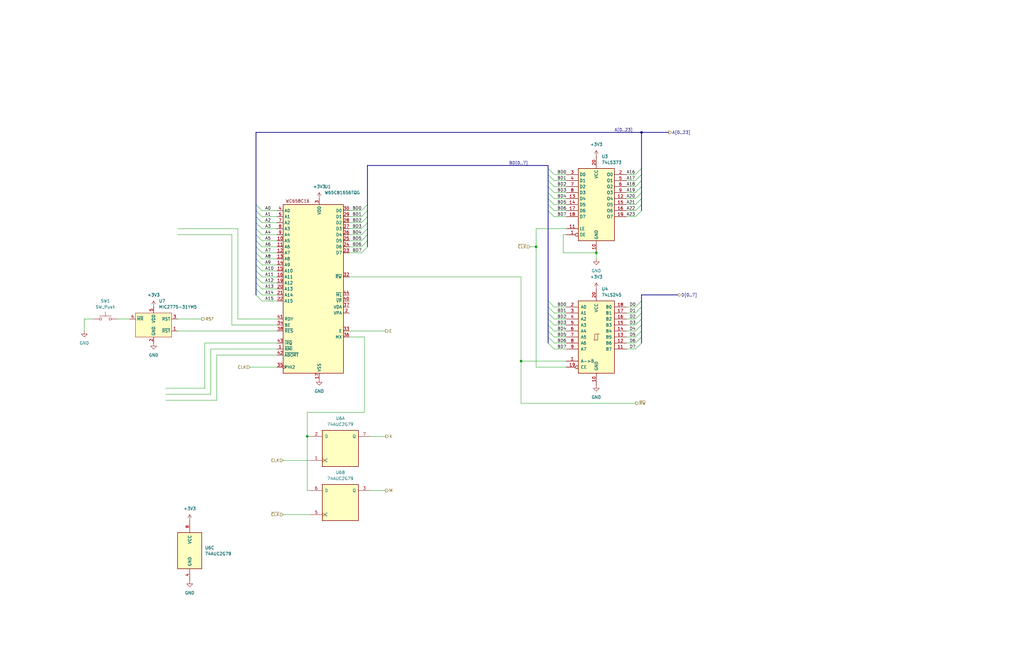
<source format=kicad_sch>
(kicad_sch (version 20231120) (generator "eeschema") (generator_version "8.0")
  (paper "B")
  (lib_symbols
    (symbol "74xGxx:74AUC2G79" (pin_names (offset 1.016))
      (property "Reference" "U" (at -2.54 5.08 0))
      (property "Value" "74AUC2G79" (at 0 -5.08 0))
      (symbol "74AUC2G79_1_1"
        (rectangle (start -7.62 7.62) (end 7.62 -7.62) (stroke (width 0.254)) (fill (type background)))
        (pin input clock (at -12.7 -5.08 0) (length 5.08) (name "C") (number "1"))
        (pin input line (at -12.7 5.08 0) (length 5.08) (name "D") (number "2"))
        (pin output line (at 12.7 5.08 180) (length 5.08) (name "Q") (number "7"))
      )
      (symbol "74AUC2G79_2_1"
        (rectangle (start -7.62 7.62) (end 7.62 -7.62) (stroke (width 0.254)) (fill (type background)))
        (pin output line (at 12.7 5.08 180) (length 5.08) (name "Q") (number "3"))
        (pin input clock (at -12.7 -5.08 0) (length 5.08) (name "C") (number "5"))
        (pin input line (at -12.7 5.08 0) (length 5.08) (name "D") (number "6"))
      )
      (symbol "74AUC2G79_3_0"
        (rectangle (start -5.08 -7.62) (end 5.08 7.62) (stroke (width 0.254)) (fill (type background)))
      )
      (symbol "74AUC2G79_3_1"
        (pin power_in line (at 0 -12.7 90) (length 5.08) (name "GND") (number "4"))
        (pin power_in line (at 0 12.7 270) (length 5.08) (name "VCC") (number "8"))
      )
    )
    (symbol "74xx:74LS245" (pin_names (offset 1.016))
      (property "Reference" "U" (at -7.62 16.51 0))
      (property "Value" "74LS245" (at -7.62 -16.51 0))
      (symbol "74LS245_1_0"
        (polyline (pts (xy -0.635 -1.27) (xy -0.635 1.27) (xy 0.635 1.27)))
        (polyline (pts (xy -1.27 -1.27) (xy 0.635 -1.27) (xy 0.635 1.27) (xy 1.27 1.27)))
        (pin input line (at -12.7 -10.16 0) (length 5.08) (name "A->B") (number "1"))
        (pin power_in line (at 0 -20.32 90) (length 5.08) (name "GND") (number "10"))
        (pin tri_state line (at 12.7 -5.08 180) (length 5.08) (name "B7") (number "11"))
        (pin tri_state line (at 12.7 -2.54 180) (length 5.08) (name "B6") (number "12"))
        (pin tri_state line (at 12.7 0 180) (length 5.08) (name "B5") (number "13"))
        (pin tri_state line (at 12.7 2.54 180) (length 5.08) (name "B4") (number "14"))
        (pin tri_state line (at 12.7 5.08 180) (length 5.08) (name "B3") (number "15"))
        (pin tri_state line (at 12.7 7.62 180) (length 5.08) (name "B2") (number "16"))
        (pin tri_state line (at 12.7 10.16 180) (length 5.08) (name "B1") (number "17"))
        (pin tri_state line (at 12.7 12.7 180) (length 5.08) (name "B0") (number "18"))
        (pin input inverted (at -12.7 -12.7 0) (length 5.08) (name "CE") (number "19"))
        (pin tri_state line (at -12.7 12.7 0) (length 5.08) (name "A0") (number "2"))
        (pin power_in line (at 0 20.32 270) (length 5.08) (name "VCC") (number "20"))
        (pin tri_state line (at -12.7 10.16 0) (length 5.08) (name "A1") (number "3"))
        (pin tri_state line (at -12.7 7.62 0) (length 5.08) (name "A2") (number "4"))
        (pin tri_state line (at -12.7 5.08 0) (length 5.08) (name "A3") (number "5"))
        (pin tri_state line (at -12.7 2.54 0) (length 5.08) (name "A4") (number "6"))
        (pin tri_state line (at -12.7 0 0) (length 5.08) (name "A5") (number "7"))
        (pin tri_state line (at -12.7 -2.54 0) (length 5.08) (name "A6") (number "8"))
        (pin tri_state line (at -12.7 -5.08 0) (length 5.08) (name "A7") (number "9"))
      )
      (symbol "74LS245_1_1"
        (rectangle (start -7.62 15.24) (end 7.62 -15.24) (stroke (width 0.254)) (fill (type background)))
      )
    )
    (symbol "74xx:74LS373"
      (property "Reference" "U" (at -7.62 16.51 0))
      (property "Value" "74LS373" (at -7.62 -16.51 0))
      (symbol "74LS373_1_0"
        (pin input inverted (at -12.7 -12.7 0) (length 5.08) (name "OE") (number "1"))
        (pin power_in line (at 0 -20.32 90) (length 5.08) (name "GND") (number "10"))
        (pin input line (at -12.7 -10.16 0) (length 5.08) (name "LE") (number "11"))
        (pin tri_state line (at 12.7 2.54 180) (length 5.08) (name "O4") (number "12"))
        (pin input line (at -12.7 2.54 0) (length 5.08) (name "D4") (number "13"))
        (pin input line (at -12.7 0 0) (length 5.08) (name "D5") (number "14"))
        (pin tri_state line (at 12.7 0 180) (length 5.08) (name "O5") (number "15"))
        (pin tri_state line (at 12.7 -2.54 180) (length 5.08) (name "O6") (number "16"))
        (pin input line (at -12.7 -2.54 0) (length 5.08) (name "D6") (number "17"))
        (pin input line (at -12.7 -5.08 0) (length 5.08) (name "D7") (number "18"))
        (pin tri_state line (at 12.7 -5.08 180) (length 5.08) (name "O7") (number "19"))
        (pin tri_state line (at 12.7 12.7 180) (length 5.08) (name "O0") (number "2"))
        (pin power_in line (at 0 20.32 270) (length 5.08) (name "VCC") (number "20"))
        (pin input line (at -12.7 12.7 0) (length 5.08) (name "D0") (number "3"))
        (pin input line (at -12.7 10.16 0) (length 5.08) (name "D1") (number "4"))
        (pin tri_state line (at 12.7 10.16 180) (length 5.08) (name "O1") (number "5"))
        (pin tri_state line (at 12.7 7.62 180) (length 5.08) (name "O2") (number "6"))
        (pin input line (at -12.7 7.62 0) (length 5.08) (name "D2") (number "7"))
        (pin input line (at -12.7 5.08 0) (length 5.08) (name "D3") (number "8"))
        (pin tri_state line (at 12.7 5.08 180) (length 5.08) (name "O3") (number "9"))
      )
      (symbol "74LS373_1_1"
        (rectangle (start -7.62 15.24) (end 7.62 -15.24) (stroke (width 0.254)) (fill (type background)))
      )
    )
    (symbol "MEA-PMIC:MIC2775-31YM5"
      (property "Reference" "U" (at -7.112 6.35 0))
      (property "Value" "MIC2775-31YM5" (at 10.668 -6.604 0))
      (symbol "MIC2775-31YM5_0_1"
        (rectangle (start -7.62 5.08) (end 7.62 -5.08) (fill (type background)))
      )
      (symbol "MIC2775-31YM5_1_1"
        (pin output line (at 10.16 -2.54 180) (length 2.54) (name "~{RST}") (number "1"))
        (pin power_in line (at 0 -7.62 90) (length 2.54) (name "GND") (number "2"))
        (pin output line (at 10.16 2.54 180) (length 2.54) (name "RST") (number "3"))
        (pin input line (at -10.16 2.54 0) (length 2.54) (name "~{MR}") (number "4"))
        (pin power_in line (at 0 7.62 270) (length 2.54) (name "VDD") (number "5"))
      )
    )
    (symbol "MEA-WDC-65XX:W65C816S6TQG"
      (property "Reference" "U" (at -10.922 39.116 0))
      (property "Value" "W65C816S6TQG" (at 1.016 10.922 0))
      (symbol "W65C816S6TQG_0_1"
        (rectangle (start -12.7 35.56) (end 12.7 -35.56) (stroke (width 0.254)) (fill (type background)))
      )
      (symbol "W65C816S6TQG_1_0"
        (pin input line (at -15.24 -25.4 0) (length 2.54) (name "~{NMI}") (number "1"))
        (pin input line (at -15.24 20.32 0) (length 2.54) (name "A5") (number "10"))
        (pin input line (at -15.24 17.78 0) (length 2.54) (name "A6") (number "11"))
        (pin input line (at -15.24 15.24 0) (length 2.54) (name "A7") (number "12"))
        (pin input line (at -15.24 12.7 0) (length 2.54) (name "A8") (number "13"))
        (pin input line (at -15.24 10.16 0) (length 2.54) (name "A9") (number "14"))
        (pin input line (at -15.24 7.62 0) (length 2.54) (name "A10") (number "15"))
        (pin input line (at -15.24 5.08 0) (length 2.54) (name "A11") (number "16"))
        (pin power_in line (at 2.54 -38.1 90) (length 2.54) (name "VSS") (number "17"))
        (pin passive line (at 2.54 -38.1 90) (length 2.54) hide (name "VSS") (number "18"))
        (pin input line (at -15.24 2.54 0) (length 2.54) (name "A12") (number "19"))
        (pin output line (at 15.24 -10.16 180) (length 2.54) (name "VPA") (number "2"))
        (pin input line (at -15.24 0 0) (length 2.54) (name "A13") (number "20"))
        (pin input line (at -15.24 -2.54 0) (length 2.54) (name "A14") (number "21"))
        (pin input line (at -15.24 -5.08 0) (length 2.54) (name "A15") (number "22"))
        (pin bidirectional line (at 15.24 15.24 180) (length 2.54) (name "D7") (number "23"))
        (pin bidirectional line (at 15.24 17.78 180) (length 2.54) (name "D6") (number "24"))
        (pin bidirectional line (at 15.24 20.32 180) (length 2.54) (name "D5") (number "25"))
        (pin bidirectional line (at 15.24 22.86 180) (length 2.54) (name "D4") (number "26"))
        (pin bidirectional line (at 15.24 25.4 180) (length 2.54) (name "D3") (number "27"))
        (pin bidirectional line (at 15.24 27.94 180) (length 2.54) (name "D2") (number "28"))
        (pin bidirectional line (at 15.24 30.48 180) (length 2.54) (name "D1") (number "29"))
        (pin power_in line (at 2.54 38.1 270) (length 2.54) (name "VDD") (number "3"))
        (pin output line (at 15.24 5.08 180) (length 2.54) (name "~{RW}") (number "32"))
        (pin output line (at 15.24 -17.78 180) (length 2.54) (name "E") (number "33"))
        (pin input line (at -15.24 -15.24 0) (length 2.54) (name "BE") (number "34"))
        (pin output line (at 15.24 -20.32 180) (length 2.54) (name "MX") (number "36"))
        (pin output line (at 15.24 -7.62 180) (length 2.54) (name "VDA") (number "37"))
        (pin input line (at -15.24 -17.78 0) (length 2.54) (name "~{RES}") (number "38"))
        (pin output line (at 15.24 -5.08 180) (length 2.54) (name "~{VP}") (number "40"))
        (pin input line (at -15.24 -27.94 0) (length 2.54) (name "~{ABORT}") (number "42"))
        (pin input line (at -15.24 -22.86 0) (length 2.54) (name "~{IRQ}") (number "43"))
        (pin output line (at 15.24 -2.54 180) (length 2.54) (name "~{ML}") (number "44"))
        (pin no_connect line (at 15.24 -27.94 180) (length 2.54) hide (name "NC") (number "6"))
        (pin input line (at -15.24 27.94 0) (length 2.54) (name "A2") (number "7"))
        (pin input line (at -15.24 22.86 0) (length 2.54) (name "A4") (number "9"))
      )
      (symbol "W65C816S6TQG_1_1"
        (text "WC658C16" (at -6.604 37.084 0) (effects (font (size 1.27 1.27))))
        (pin bidirectional line (at 15.24 33.02 180) (length 2.54) (name "D0") (number "30"))
        (pin passive line (at 2.54 38.1 270) (length 2.54) hide (name "VDD") (number "31"))
        (pin input clock (at -15.24 -33.02 0) (length 2.54) (name "PHI2") (number "35"))
        (pin passive line (at 2.54 -38.1 90) (length 2.54) hide (name "VSS") (number "39"))
        (pin input line (at -15.24 33.02 0) (length 2.54) (name "A0") (number "4"))
        (pin input line (at -15.24 -12.7 0) (length 2.54) (name "RDY") (number "41"))
        (pin input line (at -15.24 30.48 0) (length 2.54) (name "A1") (number "5"))
        (pin input line (at -15.24 25.4 0) (length 2.54) (name "A3") (number "8"))
      )
    )
    (symbol "Switch:SW_Push" (pin_numbers hide) (pin_names (offset 1.016) hide)
      (property "Reference" "SW" (at 1.27 2.54 0))
      (property "Value" "SW_Push" (at 0 -1.524 0))
      (symbol "SW_Push_0_1"
        (circle (center -2.032 0) (radius 0.508))
        (polyline (pts (xy 0 1.27) (xy 0 3.048)))
        (polyline (pts (xy 2.54 1.27) (xy -2.54 1.27)))
        (circle (center 2.032 0) (radius 0.508))
        (pin passive line (at -5.08 0 0) (length 2.54) (name "1") (number "1"))
        (pin passive line (at 5.08 0 180) (length 2.54) (name "2") (number "2"))
      )
    )
    (symbol "power:+3V3" (power) (pin_numbers hide) (pin_names (offset 0) hide)
      (property "Value" "+3V3" (at 0 3.556 0))
      (symbol "+3V3_0_1"
        (polyline (pts (xy -0.762 1.27) (xy 0 2.54)))
        (polyline (pts (xy 0 0) (xy 0 2.54)))
        (polyline (pts (xy 0 2.54) (xy 0.762 1.27)))
      )
      (symbol "+3V3_1_1"
        (pin power_in line (at 0 0 90) (length 0) (name "~") (number "1"))
      )
    )
    (symbol "power:GND" (power) (pin_numbers hide) (pin_names (offset 0) hide)
      (property "Value" "GND" (at 0 -3.81 0))
      (symbol "GND_0_1"
        (polyline (pts (xy 0 0) (xy 0 -1.27) (xy 1.27 -1.27) (xy 0 -2.54) (xy -1.27 -1.27) (xy 0 -1.27)))
      )
      (symbol "GND_1_1"
        (pin power_in line (at 0 0 270) (length 0) (name "~") (number "1"))
      )
    )
  )
  (junction (at 251.46 106.68))
  (junction (at 226.06 104.14))
  (junction (at 129.54 184.15))
  (junction (at 270.51 55.88))
  (junction (at 219.71 152.4))
  (bus_entry (at 231.14 76.2) (size 2.54 2.54))
  (bus_entry (at 231.14 142.24) (size 2.54 2.54))
  (bus_entry (at 152.4 106.68) (size 2.54 -2.54))
  (bus_entry (at 107.95 111.76) (size 2.54 2.54))
  (bus_entry (at 107.95 121.92) (size 2.54 2.54))
  (bus_entry (at 107.95 114.3) (size 2.54 2.54))
  (bus_entry (at 107.95 96.52) (size 2.54 2.54))
  (bus_entry (at 267.97 86.36) (size 2.54 -2.54))
  (bus_entry (at 107.95 99.06) (size 2.54 2.54))
  (bus_entry (at 267.97 144.78) (size 2.54 -2.54))
  (bus_entry (at 152.4 93.98) (size 2.54 -2.54))
  (bus_entry (at 152.4 88.9) (size 2.54 -2.54))
  (bus_entry (at 107.95 88.9) (size 2.54 2.54))
  (bus_entry (at 152.4 101.6) (size 2.54 -2.54))
  (bus_entry (at 267.97 91.44) (size 2.54 -2.54))
  (bus_entry (at 267.97 132.08) (size 2.54 -2.54))
  (bus_entry (at 231.14 81.28) (size 2.54 2.54))
  (bus_entry (at 231.14 132.08) (size 2.54 2.54))
  (bus_entry (at 231.14 88.9) (size 2.54 2.54))
  (bus_entry (at 267.97 134.62) (size 2.54 -2.54))
  (bus_entry (at 267.97 81.28) (size 2.54 -2.54))
  (bus_entry (at 152.4 96.52) (size 2.54 -2.54))
  (bus_entry (at 107.95 124.46) (size 2.54 2.54))
  (bus_entry (at 231.14 139.7) (size 2.54 2.54))
  (bus_entry (at 267.97 88.9) (size 2.54 -2.54))
  (bus_entry (at 107.95 93.98) (size 2.54 2.54))
  (bus_entry (at 267.97 73.66) (size 2.54 -2.54))
  (bus_entry (at 152.4 91.44) (size 2.54 -2.54))
  (bus_entry (at 267.97 83.82) (size 2.54 -2.54))
  (bus_entry (at 267.97 78.74) (size 2.54 -2.54))
  (bus_entry (at 107.95 116.84) (size 2.54 2.54))
  (bus_entry (at 267.97 76.2) (size 2.54 -2.54))
  (bus_entry (at 107.95 109.22) (size 2.54 2.54))
  (bus_entry (at 231.14 78.74) (size 2.54 2.54))
  (bus_entry (at 267.97 139.7) (size 2.54 -2.54))
  (bus_entry (at 231.14 134.62) (size 2.54 2.54))
  (bus_entry (at 231.14 129.54) (size 2.54 2.54))
  (bus_entry (at 231.14 127) (size 2.54 2.54))
  (bus_entry (at 231.14 144.78) (size 2.54 2.54))
  (bus_entry (at 107.95 104.14) (size 2.54 2.54))
  (bus_entry (at 107.95 91.44) (size 2.54 2.54))
  (bus_entry (at 231.14 71.12) (size 2.54 2.54))
  (bus_entry (at 267.97 137.16) (size 2.54 -2.54))
  (bus_entry (at 107.95 101.6) (size 2.54 2.54))
  (bus_entry (at 231.14 83.82) (size 2.54 2.54))
  (bus_entry (at 231.14 137.16) (size 2.54 2.54))
  (bus_entry (at 107.95 106.68) (size 2.54 2.54))
  (bus_entry (at 152.4 104.14) (size 2.54 -2.54))
  (bus_entry (at 152.4 99.06) (size 2.54 -2.54))
  (bus_entry (at 231.14 73.66) (size 2.54 2.54))
  (bus_entry (at 107.95 86.36) (size 2.54 2.54))
  (bus_entry (at 107.95 119.38) (size 2.54 2.54))
  (bus_entry (at 267.97 129.54) (size 2.54 -2.54))
  (bus_entry (at 231.14 86.36) (size 2.54 2.54))
  (bus_entry (at 267.97 142.24) (size 2.54 -2.54))
  (bus_entry (at 267.97 147.32) (size 2.54 -2.54))
  (wire (pts (xy 116.84 134.62) (xy 100.33 134.62)))
  (wire (pts (xy 264.16 144.78) (xy 267.97 144.78)))
  (wire (pts (xy 116.84 137.16) (xy 97.79 137.16)))
  (wire (pts (xy 74.93 134.62) (xy 85.09 134.62)))
  (wire (pts (xy 88.9 147.32) (xy 88.9 166.37)))
  (bus (pts (xy 231.14 73.66) (xy 231.14 76.2)))
  (bus (pts (xy 231.14 81.28) (xy 231.14 83.82)))
  (bus (pts (xy 270.51 142.24) (xy 270.51 139.7)))
  (wire (pts (xy 264.16 78.74) (xy 267.97 78.74)))
  (wire (pts (xy 110.49 109.22) (xy 116.84 109.22)))
  (wire (pts (xy 116.84 139.7) (xy 74.93 139.7)))
  (bus (pts (xy 107.95 116.84) (xy 107.95 114.3)))
  (bus (pts (xy 270.51 127) (xy 270.51 124.46)))
  (bus (pts (xy 154.94 91.44) (xy 154.94 93.98)))
  (wire (pts (xy 110.49 114.3) (xy 116.84 114.3)))
  (wire (pts (xy 110.49 88.9) (xy 116.84 88.9)))
  (bus (pts (xy 231.14 69.85) (xy 231.14 71.12)))
  (wire (pts (xy 264.16 91.44) (xy 267.97 91.44)))
  (wire (pts (xy 147.32 104.14) (xy 152.4 104.14)))
  (bus (pts (xy 107.95 119.38) (xy 107.95 116.84)))
  (bus (pts (xy 231.14 71.12) (xy 231.14 73.66)))
  (wire (pts (xy 264.16 88.9) (xy 267.97 88.9)))
  (wire (pts (xy 226.06 104.14) (xy 226.06 154.94)))
  (bus (pts (xy 107.95 124.46) (xy 107.95 121.92)))
  (bus (pts (xy 231.14 139.7) (xy 231.14 142.24)))
  (wire (pts (xy 129.54 173.99) (xy 129.54 184.15)))
  (wire (pts (xy 147.32 116.84) (xy 219.71 116.84)))
  (wire (pts (xy 233.68 139.7) (xy 238.76 139.7)))
  (bus (pts (xy 107.95 91.44) (xy 107.95 88.9)))
  (bus (pts (xy 270.51 124.46) (xy 285.75 124.46)))
  (wire (pts (xy 69.85 166.37) (xy 88.9 166.37)))
  (wire (pts (xy 74.93 96.52) (xy 100.33 96.52)))
  (bus (pts (xy 270.51 132.08) (xy 270.51 129.54)))
  (wire (pts (xy 97.79 137.16) (xy 97.79 99.06)))
  (wire (pts (xy 110.49 96.52) (xy 116.84 96.52)))
  (wire (pts (xy 233.68 81.28) (xy 238.76 81.28)))
  (wire (pts (xy 116.84 144.78) (xy 86.36 144.78)))
  (wire (pts (xy 264.16 147.32) (xy 267.97 147.32)))
  (bus (pts (xy 270.51 71.12) (xy 270.51 73.66)))
  (bus (pts (xy 154.94 101.6) (xy 154.94 104.14)))
  (wire (pts (xy 116.84 149.86) (xy 91.44 149.86)))
  (bus (pts (xy 231.14 83.82) (xy 231.14 86.36)))
  (bus (pts (xy 107.95 96.52) (xy 107.95 93.98)))
  (wire (pts (xy 264.16 139.7) (xy 267.97 139.7)))
  (wire (pts (xy 69.85 168.91) (xy 91.44 168.91)))
  (wire (pts (xy 110.49 116.84) (xy 116.84 116.84)))
  (wire (pts (xy 238.76 99.06) (xy 237.49 99.06)))
  (bus (pts (xy 154.94 88.9) (xy 154.94 91.44)))
  (wire (pts (xy 226.06 96.52) (xy 226.06 104.14)))
  (wire (pts (xy 129.54 207.01) (xy 130.81 207.01)))
  (wire (pts (xy 223.52 104.14) (xy 226.06 104.14)))
  (wire (pts (xy 219.71 152.4) (xy 238.76 152.4)))
  (bus (pts (xy 231.14 137.16) (xy 231.14 139.7)))
  (bus (pts (xy 231.14 142.24) (xy 231.14 144.78)))
  (wire (pts (xy 110.49 111.76) (xy 116.84 111.76)))
  (wire (pts (xy 86.36 144.78) (xy 86.36 163.83)))
  (wire (pts (xy 147.32 142.24) (xy 153.67 142.24)))
  (wire (pts (xy 264.16 137.16) (xy 267.97 137.16)))
  (bus (pts (xy 231.14 78.74) (xy 231.14 81.28)))
  (bus (pts (xy 107.95 88.9) (xy 107.95 86.36)))
  (wire (pts (xy 110.49 99.06) (xy 116.84 99.06)))
  (bus (pts (xy 107.95 106.68) (xy 107.95 104.14)))
  (wire (pts (xy 237.49 106.68) (xy 251.46 106.68)))
  (wire (pts (xy 264.16 132.08) (xy 267.97 132.08)))
  (wire (pts (xy 129.54 184.15) (xy 129.54 207.01)))
  (wire (pts (xy 74.93 99.06) (xy 97.79 99.06)))
  (wire (pts (xy 153.67 142.24) (xy 153.67 173.99)))
  (wire (pts (xy 147.32 99.06) (xy 152.4 99.06)))
  (bus (pts (xy 107.95 93.98) (xy 107.95 91.44)))
  (wire (pts (xy 116.84 147.32) (xy 88.9 147.32)))
  (bus (pts (xy 270.51 129.54) (xy 270.51 127)))
  (bus (pts (xy 270.51 73.66) (xy 270.51 76.2)))
  (wire (pts (xy 226.06 96.52) (xy 238.76 96.52)))
  (wire (pts (xy 147.32 93.98) (xy 152.4 93.98)))
  (bus (pts (xy 231.14 76.2) (xy 231.14 78.74)))
  (wire (pts (xy 49.53 134.62) (xy 54.61 134.62)))
  (wire (pts (xy 219.71 116.84) (xy 219.71 152.4)))
  (bus (pts (xy 270.51 55.88) (xy 281.94 55.88)))
  (bus (pts (xy 231.14 134.62) (xy 231.14 137.16)))
  (wire (pts (xy 233.68 76.2) (xy 238.76 76.2)))
  (bus (pts (xy 154.94 86.36) (xy 154.94 88.9)))
  (wire (pts (xy 156.21 184.15) (xy 162.56 184.15)))
  (wire (pts (xy 91.44 149.86) (xy 91.44 168.91)))
  (wire (pts (xy 39.37 134.62) (xy 35.56 134.62)))
  (wire (pts (xy 156.21 207.01) (xy 162.56 207.01)))
  (wire (pts (xy 110.49 119.38) (xy 116.84 119.38)))
  (wire (pts (xy 264.16 142.24) (xy 267.97 142.24)))
  (wire (pts (xy 110.49 121.92) (xy 116.84 121.92)))
  (wire (pts (xy 147.32 139.7) (xy 162.56 139.7)))
  (wire (pts (xy 233.68 83.82) (xy 238.76 83.82)))
  (wire (pts (xy 233.68 144.78) (xy 238.76 144.78)))
  (wire (pts (xy 100.33 134.62) (xy 100.33 96.52)))
  (bus (pts (xy 154.94 86.36) (xy 154.94 69.85)))
  (bus (pts (xy 154.94 96.52) (xy 154.94 99.06)))
  (bus (pts (xy 154.94 93.98) (xy 154.94 96.52)))
  (wire (pts (xy 264.16 134.62) (xy 267.97 134.62)))
  (wire (pts (xy 233.68 91.44) (xy 238.76 91.44)))
  (wire (pts (xy 69.85 163.83) (xy 86.36 163.83)))
  (wire (pts (xy 110.49 101.6) (xy 116.84 101.6)))
  (wire (pts (xy 119.38 194.31) (xy 130.81 194.31)))
  (wire (pts (xy 264.16 83.82) (xy 267.97 83.82)))
  (wire (pts (xy 219.71 170.18) (xy 267.97 170.18)))
  (wire (pts (xy 237.49 99.06) (xy 237.49 106.68)))
  (wire (pts (xy 147.32 88.9) (xy 152.4 88.9)))
  (bus (pts (xy 107.95 55.88) (xy 270.51 55.88)))
  (bus (pts (xy 231.14 88.9) (xy 231.14 127)))
  (bus (pts (xy 270.51 144.78) (xy 270.51 142.24)))
  (wire (pts (xy 153.67 173.99) (xy 129.54 173.99)))
  (bus (pts (xy 107.95 111.76) (xy 107.95 109.22)))
  (wire (pts (xy 147.32 91.44) (xy 152.4 91.44)))
  (wire (pts (xy 110.49 124.46) (xy 116.84 124.46)))
  (wire (pts (xy 233.68 134.62) (xy 238.76 134.62)))
  (wire (pts (xy 264.16 76.2) (xy 267.97 76.2)))
  (bus (pts (xy 270.51 139.7) (xy 270.51 137.16)))
  (bus (pts (xy 107.95 121.92) (xy 107.95 119.38)))
  (bus (pts (xy 107.95 114.3) (xy 107.95 111.76)))
  (wire (pts (xy 110.49 93.98) (xy 116.84 93.98)))
  (bus (pts (xy 270.51 134.62) (xy 270.51 132.08)))
  (bus (pts (xy 107.95 104.14) (xy 107.95 101.6)))
  (bus (pts (xy 231.14 86.36) (xy 231.14 88.9)))
  (wire (pts (xy 110.49 91.44) (xy 116.84 91.44)))
  (wire (pts (xy 264.16 129.54) (xy 267.97 129.54)))
  (wire (pts (xy 35.56 134.62) (xy 35.56 139.7)))
  (bus (pts (xy 107.95 109.22) (xy 107.95 106.68)))
  (wire (pts (xy 129.54 184.15) (xy 130.81 184.15)))
  (wire (pts (xy 233.68 88.9) (xy 238.76 88.9)))
  (wire (pts (xy 233.68 147.32) (xy 238.76 147.32)))
  (bus (pts (xy 154.94 99.06) (xy 154.94 101.6)))
  (wire (pts (xy 264.16 81.28) (xy 267.97 81.28)))
  (bus (pts (xy 154.94 69.85) (xy 231.14 69.85)))
  (wire (pts (xy 264.16 73.66) (xy 267.97 73.66)))
  (bus (pts (xy 231.14 127) (xy 231.14 129.54)))
  (bus (pts (xy 107.95 99.06) (xy 107.95 96.52)))
  (bus (pts (xy 270.51 78.74) (xy 270.51 81.28)))
  (bus (pts (xy 107.95 55.88) (xy 107.95 86.36)))
  (wire (pts (xy 110.49 104.14) (xy 116.84 104.14)))
  (wire (pts (xy 219.71 152.4) (xy 219.71 170.18)))
  (wire (pts (xy 119.38 217.17) (xy 130.81 217.17)))
  (wire (pts (xy 233.68 78.74) (xy 238.76 78.74)))
  (wire (pts (xy 147.32 101.6) (xy 152.4 101.6)))
  (bus (pts (xy 270.51 86.36) (xy 270.51 88.9)))
  (bus (pts (xy 270.51 55.88) (xy 270.51 71.12)))
  (bus (pts (xy 231.14 132.08) (xy 231.14 134.62)))
  (wire (pts (xy 110.49 106.68) (xy 116.84 106.68)))
  (wire (pts (xy 147.32 96.52) (xy 152.4 96.52)))
  (bus (pts (xy 107.95 101.6) (xy 107.95 99.06)))
  (wire (pts (xy 251.46 109.22) (xy 251.46 106.68)))
  (wire (pts (xy 147.32 106.68) (xy 152.4 106.68)))
  (wire (pts (xy 110.49 127) (xy 116.84 127)))
  (wire (pts (xy 233.68 86.36) (xy 238.76 86.36)))
  (wire (pts (xy 233.68 73.66) (xy 238.76 73.66)))
  (wire (pts (xy 233.68 137.16) (xy 238.76 137.16)))
  (bus (pts (xy 270.51 83.82) (xy 270.51 86.36)))
  (wire (pts (xy 264.16 86.36) (xy 267.97 86.36)))
  (wire (pts (xy 233.68 142.24) (xy 238.76 142.24)))
  (wire (pts (xy 233.68 132.08) (xy 238.76 132.08)))
  (bus (pts (xy 270.51 81.28) (xy 270.51 83.82)))
  (bus (pts (xy 270.51 137.16) (xy 270.51 134.62)))
  (wire (pts (xy 233.68 129.54) (xy 238.76 129.54)))
  (wire (pts (xy 226.06 154.94) (xy 238.76 154.94)))
  (wire (pts (xy 105.41 154.94) (xy 116.84 154.94)))
  (wire (pts (xy 251.46 105.41) (xy 251.46 106.68)))
  (bus (pts (xy 231.14 129.54) (xy 231.14 132.08)))
  (bus (pts (xy 270.51 76.2) (xy 270.51 78.74)))
  (label "A4" (at 111.76 99.06 0))
  (label "A5" (at 111.76 101.6 0))
  (label "D7" (at 265.43 147.32 0))
  (label "A16" (at 264.16 73.66 0))
  (label "BD6" (at 234.95 88.9 0))
  (label "BD6" (at 148.59 104.14 0))
  (label "A11" (at 111.76 116.84 0))
  (label "A19" (at 264.16 81.28 0))
  (label "D2" (at 265.43 134.62 0))
  (label "BD7" (at 234.95 91.44 0))
  (label "A15" (at 111.76 127 0))
  (label "BD5" (at 234.95 86.36 0))
  (label "A6" (at 111.76 104.14 0))
  (label "BD5" (at 234.95 142.24 0))
  (label "BD1" (at 234.95 132.08 0))
  (label "A3" (at 111.76 96.52 0))
  (label "A1" (at 111.76 91.44 0))
  (label "A2" (at 111.76 93.98 0))
  (label "BD4" (at 234.95 139.7 0))
  (label "BD2" (at 148.59 93.98 0))
  (label "D1" (at 265.43 132.08 0))
  (label "BD4" (at 148.59 99.06 0))
  (label "BD7" (at 148.59 106.68 0))
  (label "BD3" (at 234.95 137.16 0))
  (label "D6" (at 265.43 144.78 0))
  (label "A22" (at 264.16 88.9 0))
  (label "A7" (at 111.76 106.68 0))
  (label "D4" (at 265.43 139.7 0))
  (label "BD4" (at 234.95 83.82 0))
  (label "A12" (at 111.76 119.38 0))
  (label "BD7" (at 234.95 147.32 0))
  (label "D3" (at 265.43 137.16 0))
  (label "BD[0..7]" (at 214.63 69.85 0))
  (label "BD0" (at 234.95 73.66 0))
  (label "BD6" (at 234.95 144.78 0))
  (label "BD2" (at 234.95 78.74 0))
  (label "BD0" (at 148.59 88.9 0))
  (label "D0" (at 265.43 129.54 0))
  (label "A8" (at 111.76 109.22 0))
  (label "BD3" (at 234.95 81.28 0))
  (label "A10" (at 111.76 114.3 0))
  (label "A13" (at 111.76 121.92 0))
  (label "BD0" (at 234.95 129.54 0))
  (label "BD5" (at 148.59 101.6 0))
  (label "A20" (at 264.16 83.82 0))
  (label "BD2" (at 234.95 134.62 0))
  (label "BD1" (at 234.95 76.2 0))
  (label "A18" (at 264.16 78.74 0))
  (label "A23" (at 264.16 91.44 0))
  (label "BD1" (at 148.59 91.44 0))
  (label "A21" (at 264.16 86.36 0))
  (label "A[0..23]" (at 259.08 55.88 0))
  (label "A0" (at 111.76 88.9 0))
  (label "A14" (at 111.76 124.46 0))
  (label "BD3" (at 148.59 96.52 0))
  (label "A17" (at 264.16 76.2 0))
  (label "D5" (at 265.43 142.24 0))
  (label "A9" (at 111.76 111.76 0))
  (hierarchical_label "~{CLK}" (shape input) (at 119.38 217.17 180))
  (hierarchical_label "A[0..23]" (shape output) (at 281.94 55.88 0))
  (hierarchical_label "CLK" (shape input) (at 119.38 194.31 180))
  (hierarchical_label "M" (shape output) (at 162.56 207.01 0))
  (hierarchical_label "~{CLK}" (shape input) (at 223.52 104.14 180))
  (hierarchical_label "RST" (shape output) (at 85.09 134.62 0))
  (hierarchical_label "D[0..7]" (shape bidirectional) (at 285.75 124.46 0))
  (hierarchical_label "E" (shape output) (at 162.56 139.7 0))
  (hierarchical_label "CLK" (shape input) (at 105.41 154.94 180))
  (hierarchical_label "~{RW}" (shape output) (at 267.97 170.18 0))
  (hierarchical_label "X" (shape output) (at 162.56 184.15 0))
  (symbol (lib_id "74xGxx:74AUC2G79") (at 80.01 232.41 0) (unit 3)
    (property "Reference" "U6" (at 86.36 231.1399 0) (effects (justify left)))
    (property "Value" "74AUC2G79" (at 86.36 233.6799 0) (effects (justify left)))
    (property "Datasheet" "http://www.ti.com/lit/sg/scyt129e/scyt129e.pdf" (effects (hide yes)))
    (property "Description" "Dual D Flip-Flop, Low-Voltage CMOS" (effects (hide yes)))
  )
  (symbol (lib_id "MEA-WDC-65XX:W65C816S6TQG") (at 132.08 121.92 0) (unit 1)
    (property "Reference" "U1" (at 136.8141 78.74 0) (effects (justify left)))
    (property "Value" "W65C816S6TQG" (at 136.8141 81.28 0) (effects (justify left)))
    (property "Footprint" "Package_QFP:TQFP-44_10x10mm_P0.8mm" (effects (hide yes)))
    (property "Datasheet" "https://www.westerndesigncenter.com/wdc/documentation/w65c816s.pdf" (effects (hide yes)))
  )
  (symbol (lib_id "74xx:74LS373") (at 251.46 86.36 0) (unit 1)
    (property "Reference" "U3" (at 253.6541 66.04 0) (effects (justify left)))
    (property "Value" "74LS373" (at 253.6541 68.58 0) (effects (justify left)))
    (property "Datasheet" "http://www.ti.com/lit/gpn/sn74LS373" (effects (hide yes)))
    (property "Description" "8-bit Latch, 3-state outputs" (effects (hide yes)))
  )
  (symbol (lib_id "power:GND") (at 251.46 109.22 0) (unit 1)
    (property "Reference" "#PWR010" (effects (hide yes)))
    (property "Value" "GND" (at 251.46 114.3 0))
    (property "Description" "Power symbol creates a global label with name \"GND\" , ground" (effects (hide yes)))
  )
  (symbol (lib_id "power:GND") (at 251.46 162.56 0) (unit 1)
    (property "Reference" "#PWR011" (effects (hide yes)))
    (property "Value" "GND" (at 251.46 167.64 0))
    (property "Description" "Power symbol creates a global label with name \"GND\" , ground" (effects (hide yes)))
  )
  (symbol (lib_id "74xGxx:74AUC2G79") (at 143.51 212.09 0) (unit 2)
    (property "Reference" "U6" (at 143.51 199.39 0))
    (property "Value" "74AUC2G79" (at 143.51 201.93 0))
    (property "Datasheet" "http://www.ti.com/lit/sg/scyt129e/scyt129e.pdf" (effects (hide yes)))
    (property "Description" "Dual D Flip-Flop, Low-Voltage CMOS" (effects (hide yes)))
  )
  (symbol (lib_id "power:GND") (at 35.56 139.7 0) (unit 1)
    (property "Reference" "#PWR018" (effects (hide yes)))
    (property "Value" "GND" (at 35.56 144.78 0))
    (property "Description" "Power symbol creates a global label with name \"GND\" , ground" (effects (hide yes)))
  )
  (symbol (lib_id "74xx:74LS245") (at 251.46 142.24 0) (unit 1)
    (property "Reference" "U4" (at 253.6541 121.92 0) (effects (justify left)))
    (property "Value" "74LS245" (at 253.6541 124.46 0) (effects (justify left)))
    (property "Datasheet" "http://www.ti.com/lit/gpn/sn74LS245" (effects (hide yes)))
    (property "Description" "Octal BUS Transceivers, 3-State outputs" (effects (hide yes)))
  )
  (symbol (lib_id "power:+3V3") (at 80.01 219.71 0) (unit 1)
    (property "Reference" "#PWR013" (effects (hide yes)))
    (property "Value" "+3V3" (at 80.01 214.63 0))
    (property "Description" "Power symbol creates a global label with name \"+3V3\"" (effects (hide yes)))
  )
  (symbol (lib_id "MEA-PMIC:MIC2775-31YM5") (at 64.77 137.16 0) (unit 1)
    (property "Reference" "U7" (at 66.9641 127 0) (effects (justify left)))
    (property "Value" "MIC2775-31YM5" (at 66.9641 129.54 0) (effects (justify left)))
    (property "Footprint" "Package_TO_SOT_SMD:SOT-23-5" (effects (hide yes)))
    (property "Datasheet" "ownloads/aemDocuments/documents/APID/ProductDocuments/DataSheets/MIC2775-Micropower-Low-Voltage-Supervisor-DS20006716.pdf" (effects (hide yes)))
  )
  (symbol (lib_id "power:GND") (at 64.77 144.78 0) (unit 1)
    (property "Reference" "#PWR017" (effects (hide yes)))
    (property "Value" "GND" (at 64.77 149.86 0))
    (property "Description" "Power symbol creates a global label with name \"GND\" , ground" (effects (hide yes)))
  )
  (symbol (lib_id "74xGxx:74AUC2G79") (at 143.51 189.23 0) (unit 1)
    (property "Reference" "U6" (at 143.51 176.53 0))
    (property "Value" "74AUC2G79" (at 143.51 179.07 0))
    (property "Datasheet" "http://www.ti.com/lit/sg/scyt129e/scyt129e.pdf" (effects (hide yes)))
    (property "Description" "Dual D Flip-Flop, Low-Voltage CMOS" (effects (hide yes)))
  )
  (symbol (lib_id "power:+3V3") (at 64.77 129.54 0) (unit 1)
    (property "Reference" "#PWR016" (effects (hide yes)))
    (property "Value" "+3V3" (at 64.77 124.46 0))
    (property "Description" "Power symbol creates a global label with name \"+3V3\"" (effects (hide yes)))
  )
  (symbol (lib_id "power:+3V3") (at 134.62 83.82 0) (unit 1)
    (property "Reference" "#PWR015" (effects (hide yes)))
    (property "Value" "+3V3" (at 134.62 78.74 0))
    (property "Description" "Power symbol creates a global label with name \"+3V3\"" (effects (hide yes)))
  )
  (symbol (lib_id "power:+3V3") (at 251.46 66.04 0) (unit 1)
    (property "Reference" "#PWR09" (effects (hide yes)))
    (property "Value" "+3V3" (at 251.46 60.96 0))
    (property "Description" "Power symbol creates a global label with name \"+3V3\"" (effects (hide yes)))
  )
  (symbol (lib_id "Switch:SW_Push") (at 44.45 134.62 0) (unit 1)
    (property "Reference" "SW1" (at 44.45 127 0))
    (property "Value" "SW_Push" (at 44.45 129.54 0))
    (property "Description" "Push button switch, generic, two pins" (effects (hide yes)))
  )
  (symbol (lib_id "power:+3V3") (at 251.46 121.92 0) (unit 1)
    (property "Reference" "#PWR08" (effects (hide yes)))
    (property "Value" "+3V3" (at 251.46 116.84 0))
    (property "Description" "Power symbol creates a global label with name \"+3V3\"" (effects (hide yes)))
  )
  (symbol (lib_id "power:GND") (at 134.62 160.02 0) (unit 1)
    (property "Reference" "#PWR012" (effects (hide yes)))
    (property "Value" "GND" (at 134.62 165.1 0))
    (property "Description" "Power symbol creates a global label with name \"GND\" , ground" (effects (hide yes)))
  )
  (symbol (lib_id "power:GND") (at 80.01 245.11 0) (unit 1)
    (property "Reference" "#PWR014" (effects (hide yes)))
    (property "Value" "GND" (at 80.01 250.19 0))
    (property "Description" "Power symbol creates a global label with name \"GND\" , ground" (effects (hide yes)))
  )
)
</source>
